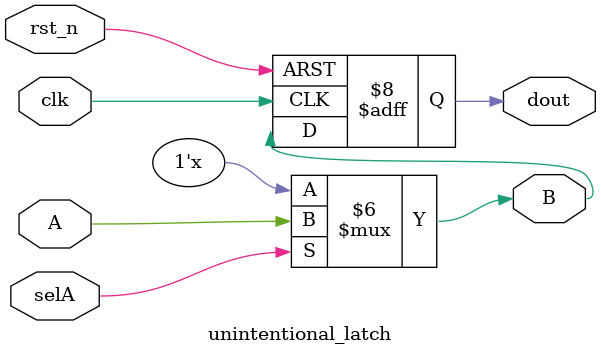
<source format=sv>
module unintentional_latch (clk, rst_n, A, B, selA, dout);

  input  clk, rst_n;
  input  A, selA;
  output B, dout;
  logic  B, dout;

`ifndef sverilog

  // This is the Verilog behavioral code
  always@(selA, A) begin
    if (selA) begin
      B = A;
    end

    // Lab 1 Task 3 Step 8
    //
    // Complete the branch by assigning B to a default value like the following:
    //
    // else begin
    //   B = 0;
    // end
    //
    // ToDo:



  end

  // Debug message for source
  `ifdef SYNTHESIS
    always $display("SYNTHESIS VERILOG");
  `else
    initial $display("TESTBENCH VERILOG");
  `endif

`else

  // When the branch code is incomplete, SystemVerilog also treats it as a latch code
  always_comb begin
    if (selA) begin
      B = A;
    end

    // Lab 1 Task 3 Step 8
    //
    // Complete the branch by assigning B to a default value like the following:
    //
    // else begin
    //   B = 0;
    // end
    //
    // ToDo:



  end

  // Debug message for source
  `ifdef SYNTHESIS
    always $display("SYNTHESIS SVERILOG");
  `else
    initial $display("TESTBENCH SVERILOG");
  `endif

`endif

  always@(posedge clk, negedge rst_n) begin
    if (!rst_n) begin
      dout <= 0;
    end else begin
      dout <= B;
    end
  end

endmodule

</source>
